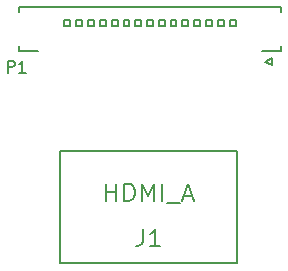
<source format=gbr>
G04 #@! TF.FileFunction,Legend,Top*
%FSLAX46Y46*%
G04 Gerber Fmt 4.6, Leading zero omitted, Abs format (unit mm)*
G04 Created by KiCad (PCBNEW 4.0.4-stable) date Tuesday 14 February 2017 01:11:44*
%MOMM*%
%LPD*%
G01*
G04 APERTURE LIST*
%ADD10C,0.100000*%
%ADD11C,0.150000*%
%ADD12C,0.203200*%
G04 APERTURE END LIST*
D10*
D11*
X172215001Y-109115000D02*
X170665001Y-109115000D01*
X150115001Y-109115000D02*
X151665001Y-109115000D01*
X172215001Y-109115000D02*
X172215001Y-108715000D01*
X150115001Y-109115000D02*
X150115001Y-108715000D01*
X172215001Y-105415000D02*
X150115001Y-105415000D01*
X172215001Y-105415000D02*
X172215001Y-105815000D01*
X150115001Y-105415000D02*
X150115001Y-105815000D01*
X170915001Y-110015000D02*
X171515001Y-110315000D01*
X171515001Y-110315000D02*
X171515001Y-109715000D01*
X171515001Y-109715000D02*
X170915001Y-110015000D01*
X168412401Y-106965000D02*
X168412401Y-106465000D01*
X168412401Y-106465000D02*
X167912401Y-106465000D01*
X167912401Y-106465000D02*
X167912401Y-106965000D01*
X167912401Y-106965000D02*
X168412401Y-106965000D01*
X167416401Y-106965000D02*
X167416401Y-106465000D01*
X167416401Y-106465000D02*
X166916401Y-106465000D01*
X166916401Y-106465000D02*
X166916401Y-106965000D01*
X166916401Y-106965000D02*
X167416401Y-106965000D01*
X166420401Y-106965000D02*
X166420401Y-106465000D01*
X166420401Y-106465000D02*
X165920401Y-106465000D01*
X165920401Y-106465000D02*
X165920401Y-106965000D01*
X165920401Y-106965000D02*
X166420401Y-106965000D01*
X165399001Y-106965000D02*
X165399001Y-106465000D01*
X165399001Y-106465000D02*
X164899001Y-106465000D01*
X164899001Y-106465000D02*
X164899001Y-106965000D01*
X164899001Y-106965000D02*
X165399001Y-106965000D01*
X164403001Y-106965000D02*
X164403001Y-106465000D01*
X164403001Y-106465000D02*
X163903001Y-106465000D01*
X163903001Y-106465000D02*
X163903001Y-106965000D01*
X163903001Y-106965000D02*
X164403001Y-106965000D01*
X163407001Y-106965000D02*
X163407001Y-106465000D01*
X163407001Y-106465000D02*
X162907001Y-106465000D01*
X162907001Y-106465000D02*
X162907001Y-106965000D01*
X162907001Y-106965000D02*
X163407001Y-106965000D01*
X162411001Y-106965000D02*
X162411001Y-106465000D01*
X162411001Y-106465000D02*
X161911001Y-106465000D01*
X161911001Y-106465000D02*
X161911001Y-106965000D01*
X161911001Y-106965000D02*
X162411001Y-106965000D01*
X161415001Y-106965000D02*
X161415001Y-106465000D01*
X161415001Y-106465000D02*
X160915001Y-106465000D01*
X160915001Y-106465000D02*
X160915001Y-106965000D01*
X160915001Y-106965000D02*
X161415001Y-106965000D01*
X160419001Y-106965000D02*
X160419001Y-106465000D01*
X160419001Y-106465000D02*
X159919001Y-106465000D01*
X159919001Y-106465000D02*
X159919001Y-106965000D01*
X159919001Y-106965000D02*
X160419001Y-106965000D01*
X159423001Y-106965000D02*
X159423001Y-106465000D01*
X159423001Y-106465000D02*
X158923001Y-106465000D01*
X158923001Y-106465000D02*
X158923001Y-106965000D01*
X158923001Y-106965000D02*
X159423001Y-106965000D01*
X158427001Y-106965000D02*
X158427001Y-106465000D01*
X158427001Y-106465000D02*
X157927001Y-106465000D01*
X157927001Y-106465000D02*
X157927001Y-106965000D01*
X157927001Y-106965000D02*
X158427001Y-106965000D01*
X157431001Y-106965000D02*
X157431001Y-106465000D01*
X157431001Y-106465000D02*
X156931001Y-106465000D01*
X156931001Y-106465000D02*
X156931001Y-106965000D01*
X156931001Y-106965000D02*
X157431001Y-106965000D01*
X156409601Y-106965000D02*
X156409601Y-106465000D01*
X156409601Y-106465000D02*
X155909601Y-106465000D01*
X155909601Y-106465000D02*
X155909601Y-106965000D01*
X155909601Y-106965000D02*
X156409601Y-106965000D01*
X155413601Y-106965000D02*
X155413601Y-106465000D01*
X155413601Y-106465000D02*
X154913601Y-106465000D01*
X154913601Y-106465000D02*
X154913601Y-106965000D01*
X154913601Y-106965000D02*
X155413601Y-106965000D01*
X154417601Y-106965000D02*
X154417601Y-106465000D01*
X154417601Y-106465000D02*
X153917601Y-106465000D01*
X153917601Y-106465000D02*
X153917601Y-106965000D01*
X153917601Y-106965000D02*
X154417601Y-106965000D01*
D12*
X153536000Y-117588000D02*
X168536000Y-117588000D01*
X153536000Y-127088000D02*
X153536000Y-117588000D01*
X168536000Y-127088000D02*
X168536000Y-117588000D01*
X168536000Y-127088000D02*
X153536000Y-127088000D01*
D11*
X149121905Y-110942381D02*
X149121905Y-109942381D01*
X149502858Y-109942381D01*
X149598096Y-109990000D01*
X149645715Y-110037619D01*
X149693334Y-110132857D01*
X149693334Y-110275714D01*
X149645715Y-110370952D01*
X149598096Y-110418571D01*
X149502858Y-110466190D01*
X149121905Y-110466190D01*
X150645715Y-110942381D02*
X150074286Y-110942381D01*
X150360000Y-110942381D02*
X150360000Y-109942381D01*
X150264762Y-110085238D01*
X150169524Y-110180476D01*
X150074286Y-110228095D01*
X160536000Y-124146571D02*
X160536000Y-125218000D01*
X160464572Y-125432286D01*
X160321715Y-125575143D01*
X160107429Y-125646571D01*
X159964572Y-125646571D01*
X162036000Y-125646571D02*
X161178857Y-125646571D01*
X161607429Y-125646571D02*
X161607429Y-124146571D01*
X161464572Y-124360857D01*
X161321714Y-124503714D01*
X161178857Y-124575143D01*
X157428857Y-121836571D02*
X157428857Y-120336571D01*
X157428857Y-121050857D02*
X158286000Y-121050857D01*
X158286000Y-121836571D02*
X158286000Y-120336571D01*
X159000286Y-121836571D02*
X159000286Y-120336571D01*
X159357429Y-120336571D01*
X159571714Y-120408000D01*
X159714572Y-120550857D01*
X159786000Y-120693714D01*
X159857429Y-120979429D01*
X159857429Y-121193714D01*
X159786000Y-121479429D01*
X159714572Y-121622286D01*
X159571714Y-121765143D01*
X159357429Y-121836571D01*
X159000286Y-121836571D01*
X160500286Y-121836571D02*
X160500286Y-120336571D01*
X161000286Y-121408000D01*
X161500286Y-120336571D01*
X161500286Y-121836571D01*
X162214572Y-121836571D02*
X162214572Y-120336571D01*
X162571715Y-121979429D02*
X163714572Y-121979429D01*
X164000286Y-121408000D02*
X164714572Y-121408000D01*
X163857429Y-121836571D02*
X164357429Y-120336571D01*
X164857429Y-121836571D01*
M02*

</source>
